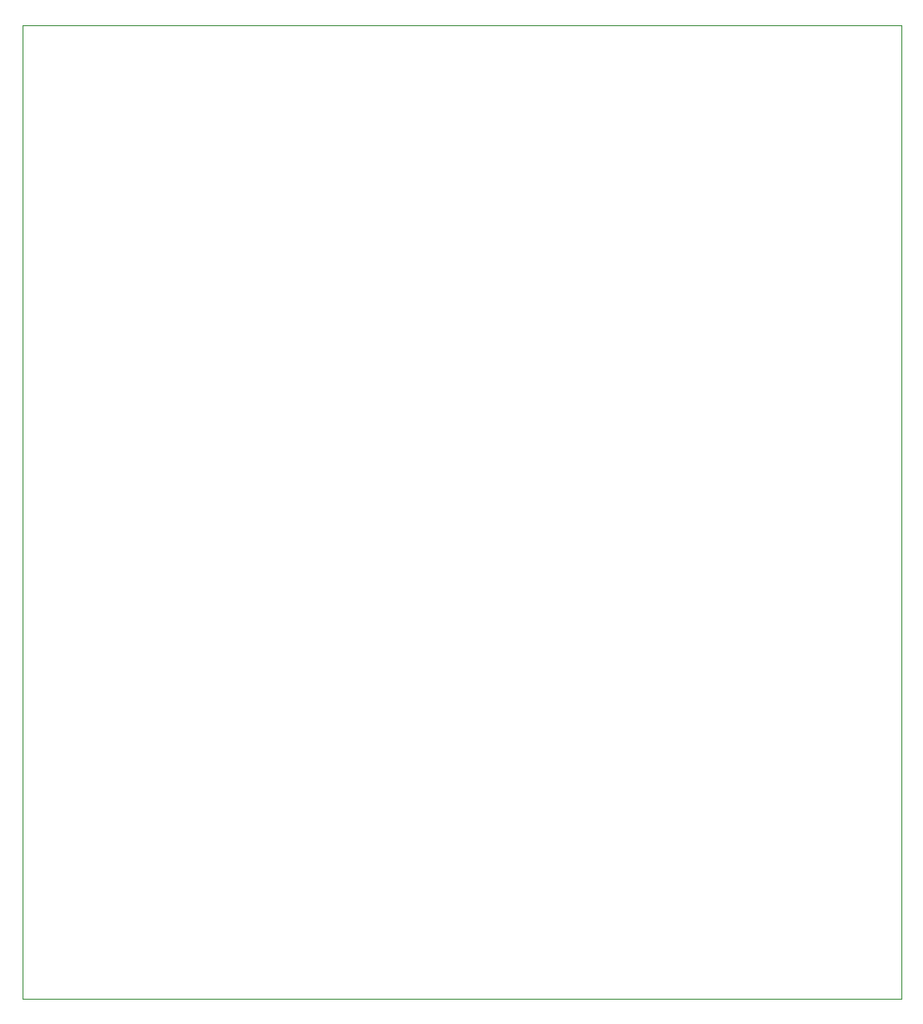
<source format=gbr>
G04 DipTrace 4.2.0.1*
G04 BoardOutline.gbr*
%MOIN*%
G04 #@! TF.FileFunction,Profile*
G04 #@! TF.Part,Single*
%ADD10C,0.004724*%
%FSLAX26Y26*%
G04*
G70*
G90*
G75*
G01*
G04 BoardOutline*
%LPD*%
X393701Y393701D2*
D10*
X3641732D1*
Y3996063D1*
X393701D1*
Y393701D1*
M02*

</source>
